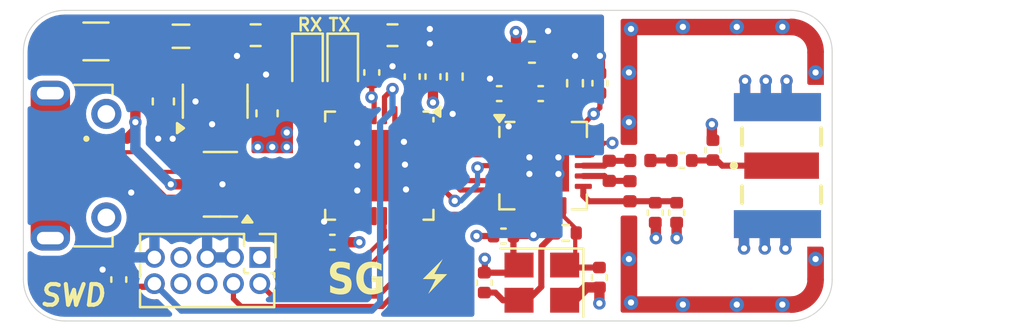
<source format=kicad_pcb>
(kicad_pcb (version 20240108) (generator "pcbnew") (generator_version "8.0")
  (layers (0 "F.Cu" signal) (1 "In1.Cu" signal) (2 "In2.Cu" signal) (31 "B.Cu" signal) (34 "B.Paste" user) (35 "F.Paste" user) (36 "B.SilkS" user "B.Silkscreen") (37 "F.SilkS" user "F.Silkscreen") (38 "B.Mask" user) (39 "F.Mask" user) (44 "Edge.Cuts" user))
  (net 0 "")
  (net 1 "GND")
  (net 2 "Net-(U1-VI)")
  (net 3 "+3.3V")
  (net 4 "SWD_NRST")
  (net 5 "Net-(U2-DVDD)")
  (net 6 "NRF_XC1")
  (net 7 "NRF_XC2")
  (net 8 "Net-(C15-Pad1)")
  (net 9 "/NRF_ANT")
  (net 10 "NRF_VDD_PA")
  (net 11 "Net-(D1-K)")
  (net 12 "Net-(D1-A)")
  (net 13 "Net-(D2-A)")
  (net 14 "Net-(D2-K)")
  (net 15 "+5V")
  (net 16 "Net-(F1-Pad2)")
  (net 19 "USB_CONN_D-")
  (net 20 "USB_CONN_D+")
  (net 24 "SWD_DIO")
  (net 25 "NRF_ANT2")
  (net 26 "NRF_ANT1")
  (net 27 "Net-(U4-PH3)")
  (net 28 "Net-(U2-IREF)")
  (net 29 "SPI3_MISO")
  (net 30 "NRF_CE")
  (net 31 "SPI3_SCK")
  (net 32 "NRF_IRQ")
  (net 33 "SPI3_MOSI")
  (net 34 "SPI3_!CS")
  (net 35 "USB_D-")
  (net 36 "USB_D+")
  (net 39 "SWD_CLK")
  (footprint "LED_SMD:LED_0603_1608Metric" (layer "F.Cu") (at 169.9 69.1125 -90)
    (property "Reference" "D2" (hide yes))
    (property "Value" "YEL")
  )
  (footprint "Capacitor_SMD:C_0402_1005Metric" (layer "F.Cu") (at 171.3 69.5 90)
    (property "Reference" "C7" (hide yes))
    (property "Value" "100nF")
  )
  (footprint "LED_SMD:LED_0603_1608Metric" (layer "F.Cu") (at 168.2 69.1125 -90)
    (property "Reference" "D1" (hide yes))
    (property "Value" "GR")
  )
  (footprint "Capacitor_SMD:C_0402_1005Metric" (layer "F.Cu") (at 176.725 79.65 90)
    (property "Reference" "C14" (hide yes))
    (property "Value" "13pF")
  )
  (footprint "Capacitor_SMD:C_0402_1005Metric" (layer "F.Cu") (at 159.1 79.5 90)
    (property "Reference" "C3" (hide yes))
    (property "Value" "100nF")
  )
  (footprint "Capacitor_SMD:C_0402_1005Metric" (layer "F.Cu") (at 182.3 70.02 90)
    (property "Reference" "C10" (hide yes))
    (property "Value" "10nF")
  )
  (footprint "Package_TO_SOT_SMD:SOT-23-6" (layer "F.Cu") (at 164 74.9 180)
    (property "Reference" "U3" (hide yes))
    (property "Value" "USBLC6-2SC6")
  )
  (footprint "Connector_PinHeader_1.27mm:PinHeader_2x05_P1.27mm_Vertical" (layer "F.Cu") (at 165.9 78.43 -90)
    (property "Reference" "J2" (hide yes))
    (property "Value" "ARM 10pin")
  )
  (footprint "Capacitor_SMD:C_0402_1005Metric" (layer "F.Cu") (at 184.97 76.27 -90)
    (property "Reference" "C17" (hide yes))
    (property "Value" "2n2")
  )
  (footprint "Resistor_SMD:R_0402_1005Metric" (layer "F.Cu") (at 175.3 69.7 90)
    (property "Reference" "R1" (hide yes))
    (property "Value" "10k")
  )
  (footprint "Inductor_SMD:L_0402_1005Metric" (layer "F.Cu") (at 183.75 75.235 90)
    (property "Reference" "L3" (hide yes))
    (property "Value" "2n7")
  )
  (footprint "Inductor_SMD:L_0402_1005Metric" (layer "F.Cu") (at 184.25 73.75)
    (property "Reference" "L1" (hide yes))
    (property "Value" "3n9")
  )
  (footprint "Capacitor_SMD:C_0402_1005Metric" (layer "F.Cu") (at 174.25 69.7 90)
    (property "Reference" "C4" (hide yes))
    (property "Value" "1uF")
  )
  (footprint "Capacitor_SMD:C_0402_1005Metric" (layer "F.Cu") (at 173.25 69.7 90)
    (property "Reference" "C5" (hide yes))
    (property "Value" "100nF")
  )
  (footprint "Connector_USB:USB_Micro-B_Molex-105017-0001" (layer "F.Cu") (at 157.0375 74 -90)
    (property "Reference" "J1" (hide yes))
    (property "Value" "USB_B_Micro")
  )
  (footprint "Inductor_SMD:L_0805_2012Metric" (layer "F.Cu") (at 162.1 67.75)
    (property "Reference" "FB1" (hide yes))
    (property "Value" "100@100MHz")
  )
  (footprint "Capacitor_SMD:C_0603_1608Metric" (layer "F.Cu") (at 166.25 71.475 90)
    (property "Reference" "C2" (hide yes))
    (property "Value" "10uF")
  )
  (footprint "Capacitor_SMD:C_0402_1005Metric" (layer "F.Cu") (at 177.65 77.4)
    (property "Reference" "C9" (hide yes))
    (property "Value" "10nF")
  )
  (footprint "Package_DFN_QFN:QFN-20-1EP_4x4mm_P0.5mm_EP2.5x2.5mm" (layer "F.Cu") (at 179.5625 74)
    (property "Reference" "U2" (hide yes))
    (property "Value" "nRF24L01P")
  )
  (footprint "Resistor_SMD:R_0402_1005Metric" (layer "F.Cu") (at 181.1 70.02 -90)
    (property "Reference" "R4" (hide yes))
    (property "Value" "10K")
  )
  (footprint "Capacitor_SMD:C_0402_1005Metric" (layer "F.Cu") (at 179.445 70.52)
    (property "Reference" "C11" (hide yes))
    (property "Value" "10nF")
  )
  (footprint "Package_DFN_QFN:QFN-32-1EP_5x5mm_P0.5mm_EP3.45x3.45mm" (layer "F.Cu") (at 171.6625 74 -90)
    (property "Reference" "U4" (hide yes))
    (property "Value" "STM32L432KBU6")
  )
  (footprint "Resistor_SMD:R_0603_1608Metric" (layer "F.Cu") (at 172.3 67.7)
    (property "Reference" "R3" (hide yes))
    (property "Value" "2k2")
  )
  (footprint "Capacitor_SMD:C_0402_1005Metric" (layer "F.Cu") (at 169.4 77.7 180)
    (property "Reference" "C6" (hide yes))
    (property "Value" "100nF")
  )
  (footprint "Resistor_SMD:R_0402_1005Metric" (layer "F.Cu") (at 180.65 77.25 180)
    (property "Reference" "R5" (hide yes))
    (property "Value" "1M")
  )
  (footprint "Capacitor_SMD:C_0402_1005Metric" (layer "F.Cu") (at 187.75 73.25 90)
    (property "Reference" "C16" (hide yes))
    (property "Value" "1pF")
  )
  (footprint "Crystal:Crystal_SMD_3225-4Pin_3.2x2.5mm" (layer "F.Cu") (at 179.5 79.65 180)
    (property "Reference" "Y1" (hide yes))
    (property "Value" "16MHz")
  )
  (footprint "Capacitor_SMD:C_0603_1608Metric" (layer "F.Cu") (at 179.025 68.52)
    (property "Reference" "C8" (hide yes))
    (property "Value" "10uF")
  )
  (footprint "Capacitor_SMD:C_0402_1005Metric" (layer "F.Cu") (at 186.25 73.75)
    (property "Reference" "C15" (hide yes))
    (property "Value" "1p5")
  )
  (footprint "Capacitor_SMD:C_0402_1005Metric" (layer "F.Cu") (at 182.275 79.4 90)
    (property "Reference" "C13" (hide yes))
    (property "Value" "13pF")
  )
  (footprint "Package_TO_SOT_SMD:SOT-23-3" (layer "F.Cu") (at 163.75 70.8875 90)
    (property "Reference" "U1" (hide yes))
    (property "Value" "XC6206P332MR")
  )
  (footprint "Capacitor_SMD:C_0402_1005Metric" (layer "F.Cu") (at 177.445 70.52 180)
    (property "Reference" "C12" (hide yes))
    (property "Value" "33nF")
  )
  (footprint "Capacitor_SMD:C_0603_1608Metric" (layer "F.Cu") (at 161.25 70.9 -90)
    (property "Reference" "C1" (hide yes))
    (property "Value" "10uF")
  )
  (footprint "Capacitor_SMD:C_0402_1005Metric" (layer "F.Cu") (at 186 76.27 -90)
    (property "Reference" "C18" (hide yes))
    (property "Value" "4p7")
  )
  (footprint "Resistor_SMD:R_0603_1608Metric" (layer "F.Cu") (at 165.7 67.7 180)
    (property "Reference" "R2" (hide yes))
    (property "Value" "2k2")
  )
  (footprint "SAMTEC-SMA:SAMTEC_SMA-J-P-H-ST-EM1" (layer "F.Cu") (at 191.0625 74 90)
    (property "Reference" "J3" (hide yes))
    (property "Value" "SNA")
  )
  (footprint "Fuse:Fuse_1206_3216Metric" (layer "F.Cu") (at 158 68)
    (property "Reference" "F1" (hide yes))
    (property "Value" "100mA")
  )
  (footprint "graphics:lightning" (layer "F.Cu") (at 174.35 79.35)
    (property "Reference" "G***" (hide yes))
    (property "Value" "LOGO" (hide yes))
  )
  (footprint "Inductor_SMD:L_0402_1005Metric" (layer "F.Cu") (at 182.75 74.25 90)
    (property "Reference" "L2" (hide yes))
    (property "Value" "8n2")
  )
  (gr_arc (start 191.545013 67.599738) (mid 192.170083 67.897102) (end 192.399999 68.55) (stroke (width 0.2)) (layer "F.Cu") (net 1))
  (gr_poly (pts (xy 183.4 72.9) (xy 183.4 67.01) (xy 191.69 67.01) (xy 191.7 67.6) (xy 184 67.6) (xy 184 72.9)) (stroke (width 0.2)) (fill solid) (layer "F.Cu") (net 1))
  (gr_poly (pts (xy 183.4 76.51) (xy 183.4 81) (xy 191.69 81) (xy 191.7 80.41) (xy 184 80.41) (xy 184 76.51)) (stroke (width 0.2)) (fill solid) (layer "F.Cu") (net 1))
  (gr_arc (start 192.399999 79.46) (mid 192.170083 80.112899) (end 191.545013 80.410262) (stroke (width 0.2)) (layer "F.Cu") (net 1))
  (gr_poly (pts (xy 167.4 71.9) (xy 167.4 73.3) (xy 165.6 73.3) (xy 165.6 71.9)) (stroke (width 0.2)) (fill solid) (layer "F.Cu") (net 3))
  (gr_poly (pts (xy 191.8 80.91) (xy 191.8 80.46) (xy 192 80.36) (xy 192.15 80.26) (xy 192.25 80.16) (xy 192.35 80.01) (xy 192.4 79.86) (xy 192.5 79.66) (xy 192.45 79.61) (xy 192.9 79.61) (xy 192.9 79.86) (xy 192.8 80.11) (xy 192.65 80.36) (xy 192.4 80.66) (xy 192.3 80.71) (xy 192.15 80.81) (xy 191.85 80.91)) (stroke (width 0.2)) (fill solid) (layer "F.Cu") (net 1))
  (gr_arc (start 191.5 67) (mid 192.56066 67.43934) (end 193 68.5) (stroke (width 0.2)) (layer "F.Cu") (net 1))
  (gr_arc (start 193 79.51) (mid 192.56066 80.57066) (end 191.5 81.01) (stroke (width 0.2)) (layer "F.Cu") (net 1))
  (gr_rect (start 192.4 78.01) (end 193 79.51) (stroke (width 0.2)) (fill solid) (layer "F.Cu") (net 1))
  (gr_poly (pts (xy 191.8 67.1) (xy 191.8 67.55) (xy 192 67.65) (xy 192.15 67.75) (xy 192.25 67.85) (xy 192.35 68) (xy 192.4 68.15) (xy 192.5 68.35) (xy 192.45 68.4) (xy 192.9 68.4) (xy 192.9 68.15) (xy 192.8 67.9) (xy 192.65 67.65) (xy 192.4 67.35) (xy 192.3 67.3) (xy 192.15 67.2) (xy 191.85 67.1)) (stroke (width 0.2)) (fill solid) (layer "F.Cu") (net 1))
  (gr_poly (pts (xy 192.4 70) (xy 193 70) (xy 193 68.5) (xy 192.4 68.5)) (stroke (width 0.2)) (fill solid) (layer "F.Cu") (net 1))
  (gr_line (start 191.5 81.5) (end 156.5 81.5) (stroke (width 0.05)) (layer "Edge.Cuts"))
  (gr_line (start 154.5 68.5) (end 154.5 79.5) (stroke (width 0.05)) (layer "Edge.Cuts"))
  (gr_arc (start 193.5 79.5) (mid 192.914214 80.914214) (end 191.5 81.5) (stroke (width 0.05)) (layer "Edge.Cuts"))
  (gr_arc (start 154.5 68.5) (mid 155.085786 67.085786) (end 156.5 66.5) (stroke (width 0.05)) (layer "Edge.Cuts"))
  (gr_line (start 193.5 68.5) (end 193.5 79.5) (stroke (width 0.05)) (layer "Edge.Cuts"))
  (gr_arc (start 191.5 66.5) (mid 192.914214 67.085786) (end 193.5 68.5) (stroke (width 0.05)) (layer "Edge.Cuts"))
  (gr_line (start 156.5 66.5) (end 191.5 66.5) (stroke (width 0.05)) (layer "Edge.Cuts"))
  (gr_arc (start 156.5 81.5) (mid 155.085786 80.914214) (end 154.5 79.5) (stroke (width 0.05)) (layer "Edge.Cuts"))
  (gr_text "SG" (at 169.15 80.45 0) (layer "F.SilkS") (effects (font (size 1.5 1.3) (thickness 0.2) (bold yes)) (justify left bottom)))
  (gr_text "TX" (at 169.15 67.55 0) (layer "F.SilkS") (effects (font (size 0.6 0.6) (thickness 0.12) (bold yes)) (justify left bottom)))
  (gr_text "SWD" (at 155.2 80.85 0) (layer "F.SilkS") (effects (font (size 1 1) (thickness 0.2) (bold yes) (italic yes)) (justify left bottom)))
  (gr_text "RX" (at 167.65 67.55 0) (layer "F.SilkS") (effects (font (size 0.6 0.6) (thickness 0.12) (bold yes)) (justify left bottom)))
  (segment (start 181.645 79.88) (end 182.275 79.88) (width 0.5) (layer "F.Cu") (net 1))
  (segment (start 163.3 78.37) (end 163.36 78.43) (width 0.5) (layer "F.Cu") (net 1))
  (segment (start 182.529026 72.9) (end 181.929026 73.5) (width 0.2) (layer "F.Cu") (net 1))
  (segment (start 191.25 78) (end 191.25 76.75) (width 0.5) (layer "F.Cu") (net 1))
  (segment (start 163.6 72) (end 162.825 72) (width 0.3) (layer "F.Cu") (net 1))
  (segment (start 179.1 77.35) (end 179.1 77) (width 0.25) (layer "F.Cu") (net 1))
  (segment (start 179.925 70.52) (end 179.925 69.675) (width 0.3) (layer "F.Cu") (net 1))
  (segment (start 178.13 78.53) (end 178.4 78.8) (width 0.3) (layer "F.Cu") (net 1))
  (segment (start 190.25 78) (end 190.25 76.8625) (width 0.5) (layer "F.Cu") (net 1))
  (segment (start 176.75 78.5) (end 176.75 79.145) (width 0.3) (layer "F.Cu") (net 1))
  (segment (start 189.3 69.9) (end 189.3 71.1) (width 0.5) (layer "F.Cu") (net 1))
  (segment (start 181.929026 73.5) (end 181.5 73.5) (width 0.2) (layer "F.Cu") (net 1))
  (segment (start 179.05 77.4) (end 179.1 77.35) (width 0.3) (layer "F.Cu") (net 1))
  (segment (start 178.13 77.4) (end 179.05 77.4) (width 0.3) (layer "F.Cu") (net 1))
  (segment (start 176.75 79.145) (end 176.725 79.17) (width 0.3) (layer "F.Cu") (net 1))
  (segment (start 185 77.5) (end 185 76.78) (width 0.5) (layer "F.Cu") (net 1))
  (segment (start 180.0625 71.4) (end 180.0625 71.8875) (width 0.25) (layer "F.Cu") (net 1))
  (segment (start 182.3 69.54) (end 182.3 68.7) (width 0.5) (layer "F.Cu") (net 1))
  (segment (start 186 77.5) (end 186 76.75) (width 0.5) (layer "F.Cu") (net 1))
  (segment (start 180.09 69.51) (end 181.1 69.51) (width 0.3) (layer "F.Cu") (net 1))
  (segment (start 177 69.8) (end 176.965 69.835) (width 0.5) (layer "F.Cu") (net 1))
  (segment (start 174.1 67.399997) (end 174.1 67.8) (width 0.5) (layer "F.Cu") (net 1))
  (segment (start 164.8 67.775) (end 164.875 67.7) (width 0.3) (layer "F.Cu") (net 1))
  (segment (start 179.5625 76.5375) (end 179.5625 75.9375) (width 0.25) (layer "F.Cu") (net 1))
  (segment (start 164.8 68.7) (end 164.8 67.775) (width 0.3) (layer "F.Cu") (net 1))
  (segment (start 180.0625 70.6575) (end 180.0625 71.4) (width 0.3) (layer "F.Cu") (net 1))
  (segment (start 158.5 75.3) (end 159.7 75.3) (width 0.25) (layer "F.Cu") (net 1))
  (segment (start 187.7 72.72) (end 187.75 72.77) (width 0.5) (layer "F.Cu") (net 1))
  (segment (start 179.1 77) (end 179.5625 76.5375) (width 0.25) (layer "F.Cu") (net 1))
  (segment (start 171.3 69.02) (end 172.08 69.02) (width 0.5) (layer "F.Cu") (net 1))
  (segment (start 161 72.7) (end 161 71.925) (width 0.3) (layer "F.Cu") (net 1))
  (segment (start 181.1 69.51) (end 181.1 68.7) (width 0.5) (layer "F.Cu") (net 1))
  (segment (start 179.925 69.675) (end 180.09 69.51) (width 0.3) (layer "F.Cu") (net 1))
  (segment (start 176.965 69.835) (end 176.965 70.52) (width 0.5) (layer "F.Cu") (net 1))
  (segment (start 179.925 70.52) (end 180.0625 70.6575) (width 0.3) (layer "F.Cu") (net 1))
  (segment (start 172.3 69.2) (end 173.23 69.2) (width 0.5) (layer "F.Cu") (net 1))
  (segment (start 175.27 69.22) (end 175.3 69.19) (width 0.3) (layer "F.Cu") (net 1))
  (segment (start 174.1 67.8) (end 174.1 68.1) (width 0.5) (layer "F.Cu") (net 1))
  (segment (start 179.1 77.280366) (end 179.1 77.35) (width 0.3) (layer "F.Cu") (net 1))
  (segment (start 178.03 79.17) (end 178.4 78.8) (width 0.3) (layer "F.Cu") (net 1))
  (segment (start 182.275 80.65) (end 182.275 79.88) (width 0.5) (layer "F.Cu") (net 1))
  (segment (start 169 77.62) (end 168.92 77.7) (width 0.2) (layer "F.Cu") (net 1))
  (segment (start 172.08 69.02) (end 172.28 69.22) (width 0.5) (layer "F.Cu") (net 1))
  (segment (start 166.2 70.65) (end 166.25 70.7) (width 0.3) (layer "F.Cu") (net 1))
  (segment (start 173.23 69.2) (end 173.25 69.22) (width 0.3) (layer "F.Cu") (net 1))
  (segment (start 173.25 69.22) (end 174.25 69.22) (width 0.5) (layer "F.Cu") (net 1))
  (segment (start 174.1 72.25) (end 174.85 71.5) (width 0.25) (layer "F.Cu") (net 1))
  (segment (start 182.9 72.9) (end 182.529026 72.9) (width 0.2) (layer "F.Cu") (net 1))
  (segment (start 173.125 67.7) (end 174 67.7) (width 0.5) (layer "F.Cu") (net 1))
  (segment (start 169.225 76.475) (end 169 76.7) (width 0.2) (layer "F.Cu") (net 1))
  (segment (start 162.8 70.9) (end 162.8 72.025) (width 0.3) (layer "F.Cu") (net 1))
  (segment (start 161 71.925) (end 161.25 71.675) (width 0.3) (layer "F.Cu") (net 1))
  (segment (start 162.825 72) (end 162.8 72.025) (width 0.3) (layer "F.Cu") (net 1))
  (segment (start 178.13 77.4) (end 178.13 78.53) (width 0.3) (layer "F.Cu") (net 1))
  (segment (start 174.85 71.5) (end 175.2 71.5) (width 0.25) (layer "F.Cu") (net 1))
  (segment (start 191.3 69.9) (end 191.3 71.1) (width 0.5) (layer "F.Cu") (net 1))
  (segment (start 181.025 80.5) (end 181.645 79.88) (width 0.5) (layer "F.Cu") (net 1))
  (segment (start 158.32 79.02) (end 159.1 79.02) (width 0.3) (layer "F.Cu") (net 1))
  (segment (start 169.225 75.75) (end 169.225 76.475) (width 0.2) (layer "F.Cu") (net 1))
  (segment (start 178.5625 72.0625) (end 177.990533 72.0625) (width 0.2) (layer "F.Cu") (net 1))
  (segment (start 164.1 74.9) (end 165.1375 74.9) (width 0.3) (layer "F.Cu") (net 1))
  (segment (start 172.28 69.22) (end 172.3 69.2) (width 0.3) (layer "F.Cu") (net 1))
  (segment (start 174 67.7) (end 174.1 67.8) (width 0.5) (layer "F.Cu") (net 1))
  (segment (start 166.2 69.6) (end 166.2 70.65) (width 0.3) (layer "F.Cu") (net 1))
  (segment (start 190.3 69.9) (end 190.3 71.1375) (width 0.5) (layer "F.Cu") (net 1))
  (segment (start 176.725 79.17) (end 178.03 79.17) (width 0.3) (layer "F.Cu") (net 1))
  (segment (start 173.25 69.22) (end 173.25 67.825) (width 0.5) (layer "F.Cu") (net 1))
  (segment (start 169 76.7) (end 169 77.62) (width 0.2) (layer "F.Cu") (net 1))
  (segment (start 187.7 72) (end 187.7 72.72) (width 0.5) (layer "F.Cu") (net 1))
  (segment (start 161 72.7) (end 161.7 72.7) (width 0.3) (layer "F.Cu") (net 1))
  (segment (start 189.25 78) (end 189.25 76.75) (width 0.5) (layer "F.Cu") (net 1))
  (segment (start 180.6 80.5) (end 181.025 80.5) (width 0.5) (layer "F.Cu") (net 1))
  (segment (start 174.25 69.22) (end 175.27 69.22) (width 0.5) (layer "F.Cu") (net 1))
  (segment (start 179.8 68.52) (end 179.8 67.5) (width 0.5) (layer "F.Cu") (net 1))
  (segment (start 173.25 67.825) (end 173.125 67.7) (width 0.5) (layer "F.Cu") (net 1))
  (via (at 189.3 69.9) (size 0.6) (drill 0.3) (layers "F.Cu" "B.Cu") (net 1))
  (via (at 188.9 67.3) (size 0.7) (drill 0.3) (layers "F.Cu" "B.Cu") (net 1))
  (via (at 188.9 80.71) (size 0.7) (drill 0.3) (layers "F.Cu" "B.Cu") (net 1))
  (via (at 169 76.7) (size 0.6) (drill 0.3) (layers "F.Cu" "B.Cu") (net 1))
  (via (at 186.3 80.71) (size 0.7) (drill 0.3) (layers "F.Cu" "B.Cu") (net 1))
  (via (at 161.7 72.7) (size 0.6) (drill 0.3) (layers "F.Cu" "B.Cu") (net 1))
  (via (at 179.8 67.5) (size 0.6) (drill 0.3) (layers "F.Cu" "B.Cu") (net 1))
  (via (at 175.2 71.5) (size 0.6) (drill 0.3) (layers "F.Cu" "B.Cu") (net 1))
  (via (at 159.7 75.3) (size 0.6) (drill 0.3) (layers "F.Cu" "B.Cu") (net 1))
  (via (at 183.8 67.4) (size 0.7) (drill 0.3) (layers "F.Cu" "B.Cu") (net 1))
  (via (at 182.3 68.7) (size 0.6) (drill 0.3) (layers "F.Cu" "B.Cu") (net 1))
  (via (at 186.3 67.3) (size 0.7) (drill 0.3) (layers "F.Cu" "B.Cu") (net 1))
  (via (at 183.7 78.51) (size 0.7) (drill 0.3) (layers "F.Cu" "B.Cu") (net 1))
  (via (at 191.1 67.3) (size 0.7) (drill 0.3) (layers "F.Cu" "B.Cu") (net 1))
  (via (at 166.2 69.6) (size 0.6) (drill 0.3) (layers "F.Cu" "B.Cu") (net 1))
  (via (at 183.7 69.5) (size 0.7) (drill 0.3) (layers "F.Cu" "B.Cu") (net 1))
  (via (at 172.3 69.2) (size 0.6) (drill 0.3) (layers "F.Cu" "B.Cu") (net 1))
  (via (at 180.3 74.4) (size 0.6) (drill 0.3) (layers "F.Cu" "B.Cu") (net 1))
  (via (at 172.9 73.95) (size 0.6) (drill 0.3) (layers "F.Cu" "B.Cu") (net 1))
  (via (at 192.7 78.51) (size 0.7) (drill 0.3) (layers "F.Cu" "B.Cu") (net 1))
  (via (at 180.3 73.6) (size 0.6) (drill 0.3) (layers "F.Cu" "B.Cu") (net 1))
  (via (at 191.1 80.71) (size 0.7) (drill 0.3) (layers "F.Cu" "B.Cu") (net 1))
  (via (at 190.3 69.9) (size 0.6) (drill 0.3) (layers "F.Cu" "B.Cu") (net 1))
  (via (at 164.8 68.7) (size 0.6) (drill 0.3) (layers "F.Cu" "B.Cu") (net 1))
  (via (at 183.7 71.9) (size 0.7) (drill 0.3) (layers "F.Cu" "B.Cu") (net 1))
  (via (at 177.9 72.1) (size 0.6) (drill 0.3) (layers "F.Cu" "B.Cu") (net 1))
  (via (at 163.6 72) (size 0.6) (drill 0.3) (layers "F.Cu" "B.Cu") (net 1))
  (via (at 192.7 69.5) (size 0.7) (drill 0.3) (layers "F.Cu" "B.Cu") (net 1))
  (via (at 191.3 69.9) (size 0.6) (drill 0.3) (layers "F.Cu" "B.Cu") (net 1))
  (via (at 158.32 79.02) (size 0.6) (drill 0.3) (layers "F.Cu" "B.Cu") (net 1))
  (via (at 170.6 72.9) (size 0.6) (drill 0.3) (layers "F.Cu" "B.Cu") (net 1))
  (via (at 181.1 68.7) (size 0.6) (drill 0.3) (layers "F.Cu" "B.Cu") (net 1))
  (via (at 161 72.7) (size 0.6) (drill 0.3) (layers "F.Cu" "B.Cu") (net 1))
  (via (at 190.25 78) (size 0.6) (drill 0.3) (layers "F.Cu" "B.Cu") (net 1))
  (via (at 172.85 72.85) (size 0.6) (drill 0.3) (layers "F.Cu" "B.Cu") (net 1))
  (via (at 191.25 78) (size 0.6) (drill 0.3) (layers "F.Cu" "B.Cu") (net 1))
  (via (at 178.9 74.4) (size 0.6) (drill 0.3) (layers "F.Cu" "B.Cu") (net 1))
  (via (at 170.6 75.2) (size 0.6) (drill 0.3) (layers "F.Cu" "B.Cu") (net 1))
  (via (at 174.1 67.399997) (size 0.6) (drill 0.3) (layers "F.Cu" "B.Cu") (net 1))
  (via (at 170.6 74) (size 0.6) (drill 0.3) (layers "F.Cu" "B.Cu") (net 1))
  (via (at 176.75 78.5) (size 0.6) (drill 0.3) (layers "F.Cu" "B.Cu") (net 1))
  (via (at 182.9 72.9) (size 0.6) (drill 0.3) (layers "F.Cu" "B.Cu") (net 1))
  (via (at 177 69.8) (size 0.6) (drill 0.3) (layers "F.Cu" "B.Cu") (net 1))
  (via (at 189.25 78) (size 0.6) (drill 0.3) (layers "F.Cu" "B.Cu") (net 1))
  (via (at 187.7 72) (size 0.6) (drill 0.3) (layers "F.Cu" "B.Cu") (net 1))
  (via (at 162.8 70.9) (size 0.6) (drill 0.3) (layers "F.Cu" "B.Cu") (net 1))
  (via (at 182.275 80.65) (size 0.6) (drill 0.3) (layers "F.Cu" "B.Cu") (net 1))
  (via (at 164.1 74.9) (size 0.6) (drill 0.3) (layers "F.Cu" "B.Cu") (net 1))
  (via (at 172.95 75.15) (size 0.6) (drill 0.3) (layers "F.Cu" "B.Cu") (net 1))
  (via (at 185 77.5) (size 0.6) (drill 0.3) (layers "F.Cu" "B.Cu") (net 1))
  (via (at 183.8 80.61) (size 0.7) (drill 0.3) (layers "F.Cu" "B.Cu") (net 1))
  (via (at 179.1 77.35) (size 0.6) (drill 0.3) (layers "F.Cu" "B.Cu") (net 1))
  (via (at 186 77.5) (size 0.6) (drill 0.3) (layers "F.Cu" "B.Cu") (net 1))
  (via (at 178.9 73.6) (size 0.6) (drill 0.3) (layers "F.Cu" "B.Cu") (net 1))
  (via (at 174.1 68.1) (size 0.6) (drill 0.3) (layers "F.Cu" "B.Cu") (net 1))
  (arc (start 177.990533 72.0625) (mid 177.941537 72.072246) (end 177.9 72.1) (width 0.2) (layer "F.Cu") (net 1))
  (segment (start 189.25 78) (end 189.25 77.02071) (width 0.5) (layer "B.Cu") (net 1))
  (segment (start 190.3 69.9) (end 190.3 70.8) (width 0.5) (layer "B.Cu") (net 1))
  (segment (start 189.3 69.9) (end 189.3 70.9) (width 0.5) (layer "B.Cu") (net 1))
  (segment (start 191.3 69.9) (end 191.3 70.9) (width 0.5) (layer "B.Cu") (net 1))
  (segment (start 191.25 78) (end 191.25 77.12071) (width 0.5) (layer "B.Cu") (net 1))
  (segment (start 190.25 78) (end 190.25 77.02071) (width 0.5) (layer "B.Cu") (net 1))
  (arc (start 190.25 77.02071) (mid 190.237005 76.955382) (end 190.2 76.9) (width 0.5) (layer "B.Cu") (net 1))
  (arc (start 191.25 77.12071) (mid 191.237005 77.055382) (end 191.2 77) (width 0.5) (layer "B.Cu") (net 1))
  (arc (start 189.25 77.02071) (mid 189.262994 76.955382) (end 189.3 76.9) (width 0.5) (layer "B.Cu") (net 1))
  (segment (start 163.1625 68.1625) (end 163.75 68.75) (width 0.5) (layer "F.Cu") (net 2))
  (segment (start 163.375 70.125) (end 161.25 70.125) (width 0.5) (layer "F.Cu") (net 2))
  (segment (start 163.75 68.75) (end 163.75 69.75) (width 0.5) (layer "F.Cu") (net 2))
  (segment (start 163.75 69.75) (end 163.375 70.125) (width 0.5) (layer "F.Cu") (net 2))
  (segment (start 163.1625 67.75) (end 163.1625 68.1625) (width 0.5) (layer "F.Cu") (net 2))
  (segment (start 178.25 67.55) (end 178.25 68.52) (width 0.5) (layer "F.Cu") (net 3))
  (segment (start 178.25 68.52) (end 178.25 68.85) (width 0.5) (layer "F.Cu") (net 3))
  (segment (start 179.5625 71.356104) (end 178.965 70.758604) (width 0.3) (layer "F.Cu") (net 3))
  (segment (start 181.5 72) (end 182 71.5) (width 0.25) (layer "F.Cu") (net 3))
  (segment (start 164.925 72.25) (end 164.7 72.025) (width 0.5) (layer "F.Cu") (net 3))
  (segment (start 176.35 77.4) (end 177.17 77.4) (width 0.3) (layer "F.Cu") (net 3))
  (segment (start 173.25 70.18) (end 174.25 70.18) (width 0.5) (layer "F.Cu") (net 3))
  (segment (start 166.25 72.25) (end 164.925 72.25) (width 0.5) (layer "F.Cu") (net 3))
  (segment (start 181.5 73) (end 181.5 72) (width 0.25) (layer "F.Cu") (net 3))
  (segment (start 173.25 70.55) (end 173.25 70.18) (width 0.25) (layer "F.Cu") (net 3))
  (segment (start 169.88 77.7) (end 170.7 77.7) (width 0.5) (layer "F.Cu") (net 3))
  (segment (start 178.676886 76.75) (end 177.4 76.75) (width 0.2) (layer "F.Cu") (net 3))
  (segment (start 177.17 76.98) (end 177.17 77.4) (width 0.2) (layer "F.Cu") (net 3))
  (segment (start 178.965 69.565) (end 178.965 70.52) (width 0.5) (layer "F.Cu") (net 3))
  (segment (start 179.5625 71.5) (end 179.5625 71.356104) (width 0.3) (layer "F.Cu") (net 3))
  (segment (start 169.9 77.05) (end 169.9 77.68) (width 0.3) (layer "F.Cu") (net 3))
  (segment (start 182.3 71.2) (end 182.3 70.5) (width 0.25) (layer "F.Cu") (net 3))
  (segment (start 179.5625 72.0625) (end 179.5625 71.5) (width 0.25) (layer "F.Cu") (net 3))
  (segment (start 177.4 76.75) (end 177.17 76.98) (width 0.2) (layer "F.Cu") (net 3))
  (segment (start 171.3 70.681344) (end 171.3 70.18) (width 0.25) (layer "F.Cu") (net 3))
  (segment (start 179.0625 75.9375) (end 179.0625 76.364386) (width 0.2) (layer "F.Cu") (net 3))
  (segment (start 178.25 68.85) (end 178.965 69.565) (width 0.5) (layer "F.Cu") (net 3))
  (segment (start 169.9125 77.0375) (end 169.9125 76.4375) (width 0.2) (layer "F.Cu") (net 3))
  (segment (start 171.2875 70.693844) (end 171.3 70.681344) (width 0.25) (layer "F.Cu") (net 3))
  (segment (start 182 71.5) (end 182.3 71.2) (width 0.25) (layer "F.Cu") (net 3))
  (segment (start 171.293844 70.693844) (end 171.4125 70.8125) (width 0.25) (layer "F.Cu") (net 3))
  (segment (start 171.4125 70.8125) (end 171.4125 71.5625) (width 0.25) (layer "F.Cu") (net 3))
  (segment (start 171.2875 70.693844) (end 171.293844 70.693844) (width 0.25) (layer "F.Cu") (net 3))
  (segment (start 178.965 70.758604) (end 178.965 70.52) (width 0.3) (layer "F.Cu") (net 3))
  (segment (start 169.9 77.05) (end 169.9125 77.0375) (width 0.2) (layer "F.Cu") (net 3))
  (segment (start 173.4125 70.7125) (end 173.25 70.55) (width 0.25) (layer "F.Cu") (net 3))
  (segment (start 173.4125 71.5625) (end 173.4125 70.7125) (width 0.25) (layer "F.Cu") (net 3))
  (segment (start 169.9 77.68) (end 169.88 77.7) (width 0.3) (layer "F.Cu") (net 3))
  (segment (start 174.25 70.95) (end 174.25 70.18) (width 0.5) (layer "F.Cu") (net 3))
  (segment (start 179.0625 76.364386) (end 178.676886 76.75) (width 0.2) (layer "F.Cu") (net 3))
  (via (at 178.25 67.55) (size 0.6) (drill 0.3) (layers "F.Cu" "B.Cu") (net 3))
  (via (at 167.2 72.399997) (size 0.6) (drill 0.3) (layers "F.Cu" "B.Cu") (net 3))
  (via (at 170.7 77.7) (size 0.6) (drill 0.3) (layers "F.Cu" "B.Cu") (net 3))
  (via (at 167.2 73.1) (size 0.6) (drill 0.3) (layers "F.Cu" "B.Cu") (net 3))
  (via (at 174.25 70.95) (size 0.6) (drill 0.3) (layers "F.Cu" "B.Cu") (net 3))
  (via (at 165.8 73.1) (size 0.6) (drill 0.3) (layers "F.Cu" "B.Cu") (net 3))
  (via (at 166.5 73.1) (size 0.6) (drill 0.3) (layers "F.Cu" "B.Cu") (net 3))
  (via (at 171.2875 70.693844) (size 0.6) (drill 0.3) (layers "F.Cu" "B.Cu") (net 3))
  (via (at 176.35 77.4) (size 0.6) (drill 0.3) (layers "F.Cu" "B.Cu") (net 3))
  (via (at 182 71.5) (size 0.6) (drill 0.3) (layers "F.Cu" "B.Cu") (net 3))
  (segment (start 159.23 79.85) (end 160.67 79.85) (width 0.3) (layer "F.Cu") (net 4))
  (segment (start 159.1 79.98) (end 159.23 79.85) (width 0.3) (layer "F.Cu") (net 4))
  (segment (start 171.9125 70.6875) (end 172.3 70.3) (width 0.25) (layer "F.Cu") (net 4))
  (segment (start 160.67 79.85) (end 160.82 79.7) (width 0.3) (layer "F.Cu") (net 4))
  (segment (start 171.9125 71.5625) (end 171.9125 70.6875) (width 0.25) (layer "F.Cu") (net 4))
  (via (at 172.3 70.3) (size 0.6) (drill 0.3) (layers "F.Cu" "B.Cu") (net 4))
  (segment (start 171.7 80.6) (end 171.7 71.95) (width 0.3) (layer "B.Cu") (net 4))
  (segment (start 160.82 79.7) (end 162.12 81) (width 0.3) (layer "B.Cu") (net 4))
  (segment (start 171.7 71.95) (end 172.3 71.35) (width 0.3) (layer "B.Cu") (net 4))
  (segment (start 162.12 81) (end 171.3 81) (width 0.3) (layer "B.Cu") (net 4))
  (segment (start 171.3 81) (end 171.7 80.6) (width 0.3) (layer "B.Cu") (net 4))
  (segment (start 172.3 71.35) (end 172.3 70.3) (width 0.3) (layer "B.Cu") (net 4))
  (segment (start 178.7 71.13) (end 179.0625 71.4925) (width 0.2) (layer "F.Cu") (net 5))
  (segment (start 177.925 70.725) (end 178.33 71.13) (width 0.2) (layer "F.Cu") (net 5))
  (segment (start 179.0625 71.4925) (end 179.0625 72.0625) (width 0.2) (layer "F.Cu") (net 5))
  (segment (start 177.925 70.52) (end 177.925 70.725) (width 0.2) (layer "F.Cu") (net 5))
  (segment (start 178.33 71.13) (end 178.7 71.13) (width 0.2) (layer "F.Cu") (net 5))
  (segment (start 180.5625 76.4625) (end 181.11 77.01) (width 0.2) (layer "F.Cu") (net 6))
  (segment (start 180.5625 75.9375) (end 180.5625 76.4625) (width 0.2) (layer "F.Cu") (net 6))
  (segment (start 181.11 77.01) (end 181.11 78.45) (width 0.2) (layer "F.Cu") (net 6))
  (segment (start 182.275 78.92) (end 180.72 78.92) (width 0.29337) (layer "F.Cu") (net 6))
  (segment (start 180.0625 76.55) (end 180.0625 75.9375) (width 0.2) (layer "F.Cu") (net 7))
  (segment (start 180.0625 77.3275) (end 179.5 77.89) (width 0.29337) (layer "F.Cu") (net 7))
  (segment (start 179.475 78.04) (end 179.475 79.85) (width 0.29337) (layer "F.Cu") (net 7))
  (segment (start 179.475 79.85) (end 178.825 80.5) (width 0.29337) (layer "F.Cu") (net 7))
  (segment (start 180.0625 76.55) (end 180.0625 77.3275) (width 0.29337) (layer "F.Cu") (net 7))
  (segment (start 178.825 80.5) (end 178.4 80.5) (width 0.29337) (layer "F.Cu") (net 7))
  (segment (start 178.4 80.5) (end 177.625 80.5) (width 0.29337) (layer "F.Cu") (net 7))
  (segment (start 177.255 80.13) (end 176.725 80.13) (width 0.29337) (layer "F.Cu") (net 7))
  (segment (start 177.625 80.5) (end 177.255 80.13) (width 0.29337) (layer "F.Cu") (net 7))
  (segment (start 184.735 73.75) (end 185.77 73.75) (width 0.29337) (layer "F.Cu") (net 8))
  (segment (start 187.93 73.73) (end 188.2 74) (width 0.29337) (layer "F.Cu") (net 9))
  (segment (start 188.2 74) (end 191.0625 74) (width 0.29337) (layer "F.Cu") (net 9))
  (segment (start 186.73 73.75) (end 187.73 73.75) (width 0.29337) (layer "F.Cu") (net 9))
  (segment (start 181.5 75.05) (end 181.5 75.45) (width 0.29337) (layer "F.Cu") (net 10))
  (segment (start 183.75 75.72) (end 186.15 75.72) (width 0.29337) (layer "F.Cu") (net 10))
  (segment (start 181.5 75.45) (end 181.77 75.72) (width 0.29337) (layer "F.Cu") (net 10))
  (segment (start 181.77 75.72) (end 183.75 75.72) (width 0.29337) (layer "F.Cu") (net 10))
  (segment (start 166.525 67.7) (end 167.575 67.7) (width 0.5) (layer "F.Cu") (net 11))
  (segment (start 167.575 67.7) (end 168.2 68.325) (width 0.5) (layer "F.Cu") (net 11))
  (segment (start 169.225 70.925) (end 168.2 69.9) (width 0.25) (layer "F.Cu") (net 12))
  (segment (start 169.225 72.25) (end 169.225 70.925) (width 0.25) (layer "F.Cu") (net 12))
  (segment (start 169.9125 71.5625) (end 169.9125 69.9125) (width 0.25) (layer "F.Cu") (net 13))
  (segment (start 169.9125 69.9125) (end 169.9 69.9) (width 0.25) (layer "F.Cu") (net 13))
  (segment (start 170.5 67.7) (end 171.475 67.7) (width 0.5) (layer "F.Cu") (net 14))
  (segment (start 169.9 68.325) (end 169.9 68.3) (width 0.5) (layer "F.Cu") (net 14))
  (segment (start 169.9 68.3) (end 170.5 67.7) (width 0.5) (layer "F.Cu") (net 14))
  (segment (start 161.608422 74.9) (end 162.8625 74.9) (width 0.5) (layer "F.Cu") (net 15))
  (segment (start 156.6 68) (end 158.1 69.5) (width 0.5) (layer "F.Cu") (net 15))
  (segment (start 159.9 72.3) (end 159.5 72.7) (width 0.5) (layer "F.Cu") (net 15))
  (segment (start 158.1 69.5) (end 159.3 69.5) (width 0.5) (layer "F.Cu") (net 15))
  (segment (start 159.9 70.1) (end 159.9 71.9) (width 0.5) (layer "F.Cu") (net 15))
  (segment (start 159.5 72.7) (end 158.5 72.7) (width 0.3) (layer "F.Cu") (net 15))
  (segment (start 159.3 69.5) (end 159.9 70.1) (width 0.5) (layer "F.Cu") (net 15))
  (segment (start 159.9 71.9) (end 159.9 72.3) (width 0.5) (layer "F.Cu") (net 15))
  (via (at 161.608422 74.9) (size 0.6) (drill 0.3) (layers "F.Cu" "B.Cu") (net 15))
  (via (at 159.9 71.9) (size 0.6) (drill 0.3) (layers "F.Cu" "B.Cu") (net 15))
  (segment (start 159.9 73.191578) (end 159.9 71.9) (width 0.5) (layer "B.Cu") (net 15))
  (segment (start 161.608422 74.9) (end 159.9 73.191578) (width 0.5) (layer "B.Cu") (net 15))
  (segment (start 161.0375 67.75) (end 159.65 67.75) (width 0.7) (layer "F.Cu") (net 16))
  (segment (start 159.65 67.75) (end 159.4 68) (width 0.5) (layer "F.Cu") (net 16))
  (segment (start 161.2 74.3) (end 160.25 73.35) (width 0.2) (layer "F.Cu") (net 19))
  (segment (start 162.5 73.95) (end 162.15 74.3) (width 0.2) (layer "F.Cu") (net 19))
  (segment (start 162.8625 73.95) (end 162.5 73.95) (width 0.2) (layer "F.Cu") (net 19))
  (segment (start 162.15 74.3) (end 161.2 74.3) (width 0.2) (layer "F.Cu") (net 19))
  (segment (start 160.25 73.35) (end 158.5 73.35) (width 0.2) (layer "F.Cu") (net 19))
  (segment (start 159.859893 74) (end 158.5 74) (width 0.2) (layer "F.Cu") (net 20))
  (segment (start 161.359893 75.5) (end 159.859893 74) (width 0.2) (layer "F.Cu") (net 20))
  (segment (start 162.15 75.5) (end 161.359893 75.5) (width 0.2) (layer "F.Cu") (net 20))
  (segment (start 162.5 75.85) (end 162.15 75.5) (width 0.2) (layer "F.Cu") (net 20))
  (segment (start 162.8625 75.85) (end 162.5 75.85) (width 0.2) (layer "F.Cu") (net 20))
  (segment (start 171.6 80.3) (end 172.9125 78.9875) (width 0.25) (layer "F.Cu") (net 24))
  (segment (start 165.9 79.7) (end 166.5 80.3) (width 0.25) (layer "F.Cu") (net 24))
  (segment (start 172.9125 78.9875) (end 172.9125 76.4375) (width 0.25) (layer "F.Cu") (net 24))
  (segment (start 166.5 80.3) (end 171.6 80.3) (width 0.25) (layer "F.Cu") (net 24))
  (segment (start 182.75 73.765) (end 183.75 73.765) (width 0.29337) (layer "F.Cu") (net 25))
  (segment (start 181.5 74) (end 182.515 74) (width 0.29337) (layer "F.Cu") (net 25))
  (segment (start 182.515 74) (end 182.75 73.765) (width 0.29337) (layer "F.Cu") (net 25))
  (segment (start 183.75 73.765) (end 183.765 73.75) (width 0.29337) (layer "F.Cu") (net 25))
  (segment (start 182.515 74.5) (end 182.75 74.735) (width 0.29337) (layer "F.Cu") (net 26))
  (segment (start 182.75 74.735) (end 183.735 74.735) (width 0.29337) (layer "F.Cu") (net 26))
  (segment (start 181.5 74.5) (end 182.515 74.5) (width 0.29337) (layer "F.Cu") (net 26))
  (segment (start 183.735 74.735) (end 183.75 74.75) (width 0.29337) (layer "F.Cu") (net 26))
  (segment (start 175.825 72.175) (end 175.25 72.75) (width 0.25) (layer "F.Cu") (net 27))
  (segment (start 175.25 72.75) (end 174.1 72.75) (width 0.25) (layer "F.Cu") (net 27))
  (segment (start 175.825 70.735) (end 175.825 72.175) (width 0.25) (layer "F.Cu") (net 27))
  (segment (start 175.3 70.21) (end 175.825 70.735) (width 0.25) (layer "F.Cu") (net 27))
  (segment (start 181.1 71) (end 181.1 70.53) (width 0.25) (layer "F.Cu") (net 28))
  (segment (start 180.5625 72.0625) (end 180.5625 71.5375) (width 0.25) (layer "F.Cu") (net 28))
  (segment (start 180.5625 71.5375) (end 181.1 71) (width 0.25) (layer "F.Cu") (net 28))
  (segment (start 175.15 74.75) (end 175.575 75.175) (width 0.25) (layer "F.Cu") (net 29))
  (segment (start 175.575 75.175) (end 177.45 75.175) (width 0.25) (layer "F.Cu") (net 29))
  (segment (start 177.45 75.175) (end 177.625 75) (width 0.25) (layer "F.Cu") (net 29))
  (segment (start 174.1 74.75) (end 175.15 74.75) (width 0.25) (layer "F.Cu") (net 29))
  (segment (start 174.1 73.25) (end 175.45 73.25) (width 0.25) (layer "F.Cu") (net 30))
  (segment (start 175.7 73) (end 177.625 73) (width 0.25) (layer "F.Cu") (net 30))
  (segment (start 175.45 73.25) (end 175.7 73) (width 0.25) (layer "F.Cu") (net 30))
  (segment (start 174.85 75.25) (end 174.1 75.25) (width 0.25) (layer "F.Cu") (net 31))
  (segment (start 176.5 74) (end 177.625 74) (width 0.25) (layer "F.Cu") (net 31))
  (segment (start 175.3 75.7) (end 174.85 75.25) (width 0.25) (layer "F.Cu") (net 31))
  (segment (start 176.4 74.1) (end 176.5 74) (width 0.25) (layer "F.Cu") (net 31))
  (via (at 175.3 75.7) (size 0.6) (drill 0.3) (layers "F.Cu" "B.Cu") (net 31))
  (via (at 176.4 74.1) (size 0.6) (drill 0.3) (layers "F.Cu" "B.Cu") (net 31))
  (segment (start 175.6 75.7) (end 176.4 74.9) (width 0.25) (layer "B.Cu") (net 31))
  (segment (start 175.3 75.7) (end 175.6 75.7) (width 0.25) (layer "B.Cu") (net 31))
  (segment (start 176.4 74.9) (end 176.4 74.1) (width 0.25) (layer "B.Cu") (net 31))
  (segment (start 174.1 75.75) (end 174.1 75.8) (width 0.25) (layer "F.Cu") (net 32))
  (segment (start 177.198959 76.35) (end 177.611459 75.9375) (width 0.25) (layer "F.Cu") (net 32))
  (segment (start 174.1 75.8) (end 174.65 76.35) (width 0.25) (layer "F.Cu") (net 32))
  (segment (start 174.65 76.35) (end 177.198959 76.35) (width 0.25) (layer "F.Cu") (net 32))
  (segment (start 177.611459 75.9375) (end 178.5625 75.9375) (width 0.25) (layer "F.Cu") (net 32))
  (segment (start 175.925 74.725) (end 176.93776 74.725) (width 0.25) (layer "F.Cu") (net 33))
  (segment (start 177.16276 74.5) (end 177.625 74.5) (width 0.25) (layer "F.Cu") (net 33))
  (segment (start 175.45 74.25) (end 175.925 74.725) (width 0.25) (layer "F.Cu") (net 33))
  (segment (start 174.1 74.25) (end 175.45 74.25) (width 0.25) (layer "F.Cu") (net 33))
  (segment (start 176.93776 74.725) (end 177.16276 74.5) (width 0.25) (layer "F.Cu") (net 33))
  (segment (start 174.1 73.75) (end 175.586396 73.75) (width 0.25) (layer "F.Cu") (net 34))
  (segment (start 177.625 73.5) (end 177.6 73.475) (width 0.25) (layer "F.Cu") (net 34))
  (segment (start 177.6 73.475) (end 175.861396 73.475) (width 0.25) (layer "F.Cu") (net 34))
  (segment (start 175.586396 73.75) (end 175.861396 73.475) (width 0.25) (layer "F.Cu") (net 34))
  (segment (start 171.9125 77.093751) (end 171.9375 77.118751) (width 0.2) (layer "F.Cu") (net 35))
  (segment (start 171.9375 77.118751) (end 171.9375 77.4443) (width 0.2) (layer "F.Cu") (net 35))
  (segment (start 170.6068 78.775) (end 168.4932 78.775) (width 0.2) (layer "F.Cu") (net 35))
  (segment (start 171.9125 76.4375) (end 171.9125 77.093751) (width 0.2) (layer "F.Cu") (net 35))
  (segment (start 167.925 75.8068) (end 166.7932 74.675) (width 0.2) (layer "F.Cu") (net 35))
  (segment (start 171.9375 77.4443) (end 170.6068 78.775) (width 0.2) (layer "F.Cu") (net 35))
  (segment (start 168.4932 78.775) (end 167.925 78.2068) (width 0.2) (layer "F.Cu") (net 35))
  (segment (start 166.7932 74.675) (end 166.225 74.675) (width 0.2) (layer "F.Cu") (net 35))
  (segment (start 166.225 74.675) (end 165.5 73.95) (width 0.2) (layer "F.Cu") (net 35))
  (segment (start 165.5 73.95) (end 165.1375 73.95) (width 0.2) (layer "F.Cu") (net 35))
  (segment (start 167.925 78.2068) (end 167.925 75.8068) (width 0.2) (layer "F.Cu") (net 35))
  (segment (start 170.7932 79.225) (end 168.3068 79.225) (width 0.2) (layer "F.Cu") (net 36))
  (segment (start 165.5 75.85) (end 165.1375 75.85) (width 0.2) (layer "F.Cu") (net 36))
  (segment (start 166.6068 75.125) (end 166.225 75.125) (width 0.2) (layer "F.Cu") (net 36))
  (segment (start 172.3875 77.6307) (end 170.7932 79.225) (width 0.2) (layer "F.Cu") (net 36))
  (segment (start 167.475 75.9932) (end 166.6068 75.125) (width 0.2) (layer "F.Cu") (net 36))
  (segment (start 167.475 78.3932) (end 167.475 75.9932) (width 0.2) (layer "F.Cu") (net 36))
  (segment (start 166.225 75.125) (end 165.5 75.85) (width 0.2) (layer "F.Cu") (net 36))
  (segment (start 168.3068 79.225) (end 167.475 78.3932) (width 0.2) (layer "F.Cu") (net 36))
  (segment (start 172.4125 77.093751) (end 172.3875 77.118751) (width 0.2) (layer "F.Cu") (net 36))
  (segment (start 172.3875 77.118751) (end 172.3875 77.6307) (width 0.2) (layer "F.Cu") (net 36))
  (segment (start 172.4125 76.4375) (end 172.4125 77.093751) (width 0.2) (layer "F.Cu") (net 36))
  (segment (start 165 80.8) (end 164.63 80.43) (width 0.25) (layer "F.Cu") (net 39))
  (segment (start 164.63 80.43) (end 164.63 79.7) (width 0.25) (layer "F.Cu") (net 39))
  (segment (start 173.4125 79.1875) (end 171.8 80.8) (width 0.25) (layer "F.Cu") (net 39))
  (segment (start 173.4125 76.4375) (end 173.4125 79.1875) (width 0.25) (layer "F.Cu") (net 39))
  (segment (start 171.8 80.8) (end 165 80.8) (width 0.25) (layer "F.Cu") (net 39))
  (zone (net 1) (net_name "GND") (layer "B.Cu") (priority 3) (connect_pads (clearance 0.25)) (min_thickness 0.25) (fill yes (thermal_gap 0.5) (thermal_bridge_width 0.5))
    (polygon (pts (xy 154 66) (xy 182.5 66) (xy 182.5 73.5) (xy 180.5 73.5) (xy 180.5 77.5) (xy 176.25 77.5) (xy 176.25 82) (xy 154 82)))
  )
)
</source>
